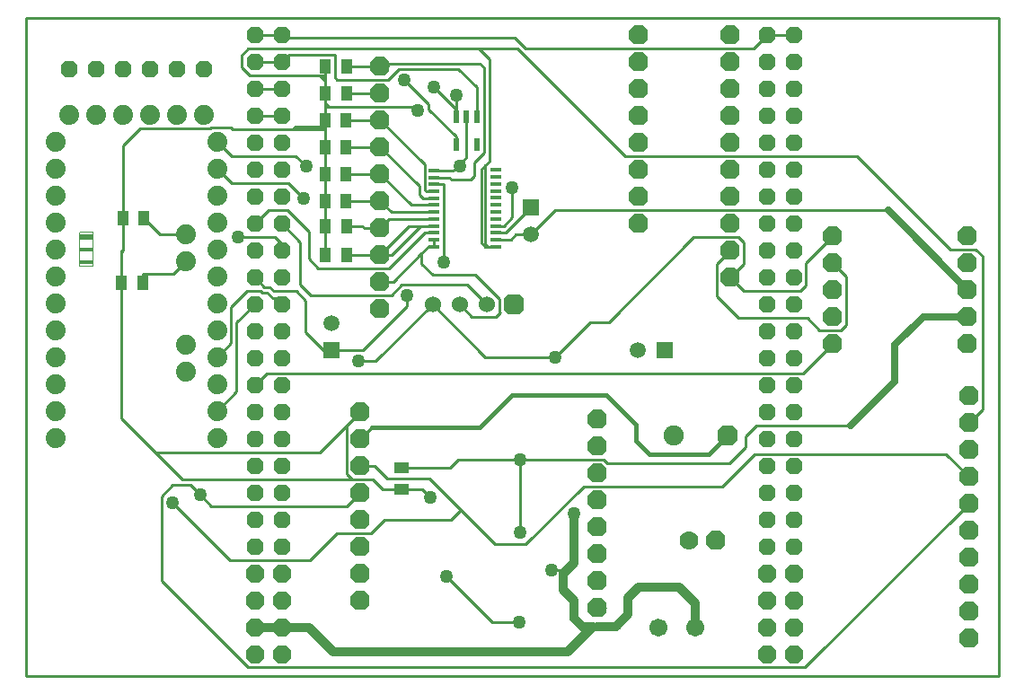
<source format=gbl>
%FSLAX24Y24*%
%MOIN*%
G70*
G01*
G75*
G04 Layer_Physical_Order=2*
G04 Layer_Color=16711680*
%ADD10R,0.0440X0.0560*%
%ADD11R,0.0220X0.0480*%
%ADD12R,0.0560X0.0440*%
%ADD13R,0.0520X0.0600*%
%ADD14R,0.0120X0.0570*%
%ADD15R,0.0400X0.0100*%
%ADD16C,0.0100*%
%ADD17C,0.0320*%
%ADD18R,0.0010X0.1293*%
%ADD19R,0.0010X0.0010*%
%ADD20R,0.0010X0.0170*%
%ADD21R,0.0010X0.0164*%
%ADD22R,0.0010X0.0163*%
%ADD23R,0.0010X0.0009*%
%ADD24R,0.0013X0.0010*%
%ADD25R,0.0013X0.0170*%
%ADD26R,0.0013X0.0164*%
%ADD27R,0.0013X0.0163*%
%ADD28R,0.0013X0.0009*%
%ADD29R,0.0009X0.0010*%
%ADD30R,0.0009X0.0170*%
%ADD31R,0.0009X0.0164*%
%ADD32R,0.0009X0.0163*%
%ADD33R,0.0009X0.0009*%
%ADD34R,0.0009X0.1293*%
G04:AMPARAMS|DCode=35|XSize=70mil|YSize=70mil|CornerRadius=0mil|HoleSize=0mil|Usage=FLASHONLY|Rotation=180.000|XOffset=0mil|YOffset=0mil|HoleType=Round|Shape=Octagon|*
%AMOCTAGOND35*
4,1,8,-0.0350,0.0175,-0.0350,-0.0175,-0.0175,-0.0350,0.0175,-0.0350,0.0350,-0.0175,0.0350,0.0175,0.0175,0.0350,-0.0175,0.0350,-0.0350,0.0175,0.0*
%
%ADD35OCTAGOND35*%

%ADD36C,0.0700*%
%ADD37C,0.0750*%
G04:AMPARAMS|DCode=38|XSize=75mil|YSize=75mil|CornerRadius=0mil|HoleSize=0mil|Usage=FLASHONLY|Rotation=0.000|XOffset=0mil|YOffset=0mil|HoleType=Round|Shape=Octagon|*
%AMOCTAGOND38*
4,1,8,0.0375,-0.0188,0.0375,0.0188,0.0188,0.0375,-0.0188,0.0375,-0.0375,0.0188,-0.0375,-0.0188,-0.0188,-0.0375,0.0188,-0.0375,0.0375,-0.0188,0.0*
%
%ADD38OCTAGOND38*%

G04:AMPARAMS|DCode=39|XSize=60mil|YSize=60mil|CornerRadius=0mil|HoleSize=0mil|Usage=FLASHONLY|Rotation=90.000|XOffset=0mil|YOffset=0mil|HoleType=Round|Shape=Octagon|*
%AMOCTAGOND39*
4,1,8,0.0150,0.0300,-0.0150,0.0300,-0.0300,0.0150,-0.0300,-0.0150,-0.0150,-0.0300,0.0150,-0.0300,0.0300,-0.0150,0.0300,0.0150,0.0150,0.0300,0.0*
%
%ADD39OCTAGOND39*%

%ADD40C,0.0600*%
G04:AMPARAMS|DCode=41|XSize=76mil|YSize=76mil|CornerRadius=0mil|HoleSize=0mil|Usage=FLASHONLY|Rotation=0.000|XOffset=0mil|YOffset=0mil|HoleType=Round|Shape=Octagon|*
%AMOCTAGOND41*
4,1,8,0.0380,-0.0190,0.0380,0.0190,0.0190,0.0380,-0.0190,0.0380,-0.0380,0.0190,-0.0380,-0.0190,-0.0190,-0.0380,0.0190,-0.0380,0.0380,-0.0190,0.0*
%
%ADD41OCTAGOND41*%

G04:AMPARAMS|DCode=42|XSize=66mil|YSize=66mil|CornerRadius=0mil|HoleSize=0mil|Usage=FLASHONLY|Rotation=270.000|XOffset=0mil|YOffset=0mil|HoleType=Round|Shape=Octagon|*
%AMOCTAGOND42*
4,1,8,-0.0165,-0.0330,0.0165,-0.0330,0.0330,-0.0165,0.0330,0.0165,0.0165,0.0330,-0.0165,0.0330,-0.0330,0.0165,-0.0330,-0.0165,-0.0165,-0.0330,0.0*
%
%ADD42OCTAGOND42*%

%ADD43C,0.0740*%
%ADD44C,0.0670*%
%ADD45C,0.0591*%
%ADD46R,0.0591X0.0591*%
%ADD47R,0.0591X0.0591*%
%ADD48C,0.0500*%
%ADD49R,0.0390X0.0120*%
%ADD50C,0.0180*%
%ADD51C,0.0270*%
D10*
X32056Y31950D02*
D03*
X32850D02*
D03*
X32056Y33000D02*
D03*
X32850D02*
D03*
X32050Y33950D02*
D03*
X32844D02*
D03*
X32050Y34950D02*
D03*
X32844D02*
D03*
X32050Y35950D02*
D03*
X32844D02*
D03*
X32050Y36950D02*
D03*
X32844D02*
D03*
X32056Y37950D02*
D03*
X32850D02*
D03*
X32056Y38950D02*
D03*
X32850D02*
D03*
X25344Y33300D02*
D03*
X24550D02*
D03*
X25294Y30900D02*
D03*
X24500D02*
D03*
D11*
X36926Y37062D02*
D03*
X37300D02*
D03*
X37680D02*
D03*
Y36030D02*
D03*
X36926D02*
D03*
D12*
X34900Y24044D02*
D03*
Y23250D02*
D03*
D16*
X42000Y18150D02*
X42150D01*
X38250Y18300D02*
X39250D01*
X36550Y20000D02*
X38250Y18300D01*
X39083Y40000D02*
X39483Y39600D01*
X30550Y40000D02*
X39083D01*
X30450Y40100D02*
X30550Y40000D01*
X47950Y39600D02*
X48450Y40100D01*
X39483Y39600D02*
X47950D01*
X29717Y30550D02*
X29900D01*
X33290Y27990D02*
X33940D01*
X37000Y24350D02*
X39300D01*
X42387D01*
X39300Y21640D02*
Y24350D01*
X36926Y37334D02*
Y37874D01*
Y37062D02*
Y37334D01*
Y37874D02*
X36950Y37850D01*
X37050Y35314D02*
X37300Y35564D01*
X37050Y35250D02*
Y35314D01*
X36800Y35064D02*
X37018Y35282D01*
X36101Y35064D02*
X36800D01*
X50900Y31650D02*
X51400Y31150D01*
Y29350D02*
Y31150D01*
X51200Y29150D02*
X51400Y29350D01*
X42537Y24200D02*
X47050D01*
X42387Y24350D02*
X42537Y24200D01*
X47050D02*
X47650Y24800D01*
X33350Y25100D02*
X33800Y25550D01*
X40750Y20250D02*
X40900Y20100D01*
X40450Y20250D02*
X40750D01*
X37600Y35377D02*
X37960Y35737D01*
X36101Y34814D02*
X36660D01*
X34400Y38950D02*
Y39050D01*
X35166Y33016D02*
X35590D01*
X37770Y39590D02*
X38160Y39200D01*
X37760Y39600D02*
X37770Y39590D01*
X38000Y35258D02*
X38160Y35418D01*
X37860Y35118D02*
X38000Y35258D01*
X32056Y38600D02*
Y38650D01*
Y38400D02*
Y38600D01*
X32200Y37450D02*
X35330D01*
X32056D02*
X32200D01*
X32056D02*
Y37594D01*
Y37446D02*
Y37450D01*
X38100Y32248D02*
X38400D01*
X38000D02*
X38100D01*
X37770Y39590D02*
X39210D01*
X29190D02*
X37770D01*
X31856Y38600D02*
X32056D01*
X32050Y37440D02*
Y37444D01*
X30950Y36700D02*
X32050D01*
X29190Y39590D02*
X29200Y39600D01*
X30850Y36600D02*
X31950D01*
X26770Y23600D02*
X33050D01*
X24550Y32100D02*
Y32150D01*
X24500Y32050D02*
Y32100D01*
Y30900D02*
Y32050D01*
X25770Y24600D02*
X26770Y23600D01*
X25294Y31224D02*
X26424D01*
X27050Y23390D02*
X27420Y23020D01*
X37099Y22471D02*
X38360Y21210D01*
X36400Y23170D02*
X37099Y22471D01*
X35940Y23630D02*
X36400Y23170D01*
X36727Y22100D02*
X37099Y22471D01*
X36400Y22100D02*
X36727D01*
X34260D02*
X36400D01*
X28520Y20600D02*
X28720D01*
X28830Y32600D02*
X30200D01*
X29667Y30600D02*
X29717Y30550D01*
X47400Y29600D02*
X49950D01*
X41300Y18450D02*
X41350Y18400D01*
X38520Y29770D02*
Y29848D01*
Y29770D02*
X38550Y29800D01*
X35640Y32000D02*
X35888Y32248D01*
X41900Y29450D02*
X42580D01*
X36050Y30100D02*
X38000Y28150D01*
X34100Y38950D02*
X34400D01*
Y39050D02*
X37802D01*
X37960Y35737D02*
Y38892D01*
X32850Y22600D02*
X33350Y23100D01*
X26400Y23390D02*
X27050D01*
X25980Y22970D02*
X26400Y23390D01*
X25980Y19840D02*
Y22970D01*
Y19840D02*
X29200Y16620D01*
X49870D01*
X55950Y22700D01*
X26380Y22740D02*
X28520Y20600D01*
X34360Y23630D02*
X35940D01*
X33890Y24100D02*
X34360Y23630D01*
X33350Y24100D02*
X33890D01*
X38360Y21210D02*
X39510D01*
X41650Y23350D01*
X46800D01*
X48000Y24550D01*
X55100D01*
X55950Y23700D01*
X45730Y32600D02*
X47400D01*
X40600Y28150D02*
X41900Y29450D01*
X47650Y24800D02*
Y25200D01*
X48050Y25600D01*
X33940Y27990D02*
X36050Y30100D01*
X30970Y35600D02*
X31350Y35220D01*
X28600Y35600D02*
X30970D01*
X38400Y29650D02*
X38520Y29770D01*
X37620Y31190D02*
X38520Y30290D01*
X35640Y31600D02*
X36050Y31190D01*
X35640Y31600D02*
Y32000D01*
X28050Y28150D02*
X28570Y28670D01*
Y30000D01*
X29170Y30600D01*
X30220Y30330D02*
X30450Y30100D01*
X32056Y37950D02*
Y38400D01*
X29250Y38600D02*
X31856D01*
X28950Y38900D02*
X29250Y38600D01*
X28950Y39350D02*
X29190Y39590D01*
X39210D02*
X43200Y35600D01*
X51800D01*
X55250Y32150D01*
X56200D01*
X56450Y31900D01*
Y26200D02*
Y31900D01*
X55950Y25700D02*
X56450Y26200D01*
X31856Y38600D02*
X32056Y38400D01*
X28950Y38900D02*
Y39350D01*
X38160Y35418D02*
Y39200D01*
X38000Y32348D02*
Y35258D01*
Y32348D02*
X38100Y32248D01*
X32050Y37444D02*
X32056Y37450D01*
X35330D02*
X35480Y37300D01*
X24550Y36000D02*
X25180Y36630D01*
X27840Y36670D02*
X28570D01*
X28640Y36600D01*
X31950D02*
X32050Y36700D01*
Y36950D01*
X24500Y25870D02*
Y30900D01*
X33830Y23600D02*
X34180Y23250D01*
X34900D01*
X24500Y32050D02*
X24550Y32100D01*
X34100Y31950D02*
X35166Y33016D01*
X36450Y31660D02*
Y34560D01*
X35080Y30030D02*
Y30430D01*
X36694Y24044D02*
X37000Y24350D01*
X29450Y27100D02*
X29900Y27550D01*
X49800D01*
X50900Y28650D01*
X27420Y23020D02*
X27840Y22600D01*
X32850D01*
X38000Y28150D02*
X40600D01*
X46600Y31600D02*
X47100Y32100D01*
X49950Y29600D02*
X50400Y29150D01*
X51200D01*
X49900Y31650D02*
X50900Y32650D01*
X49900Y30800D02*
Y31650D01*
X31340Y29060D02*
Y30250D01*
X30990Y30600D02*
X31340Y30250D01*
X30150Y30600D02*
X30990D01*
X30000Y30750D02*
X30150Y30600D01*
X29450Y31100D02*
X29800Y30750D01*
X32850Y38950D02*
X34100D01*
X35756Y34354D02*
Y35294D01*
X35556Y34184D02*
Y34494D01*
X34100Y34950D02*
X35260Y33790D01*
X36101D01*
X34100Y33950D02*
X34520Y33530D01*
X36101D01*
X32850Y33000D02*
X33450D01*
X33500Y32950D01*
X34100D01*
X34422Y33272D02*
X36101D01*
X32850Y31950D02*
X34100D01*
X35000Y38450D02*
X35911Y37539D01*
X29450Y38100D02*
X30450D01*
X32430Y38520D02*
Y39380D01*
X37010Y38850D02*
X37680Y38180D01*
Y37062D02*
Y38180D01*
X32850Y25600D02*
X33350Y26100D01*
X34900Y23250D02*
X35650D01*
X32050Y34950D02*
Y35950D01*
Y33636D02*
Y33950D01*
X32056Y33000D02*
Y33630D01*
X29450Y37100D02*
X30450D01*
X38950Y32506D02*
X39144Y32700D01*
X40600Y33600D02*
X52950D01*
X38400Y32766D02*
X38766D01*
X25294Y30900D02*
Y31224D01*
X26424D02*
X26900Y31700D01*
X31140Y30830D02*
Y32410D01*
X31520Y30450D02*
X34530D01*
X34910Y30830D02*
X37320D01*
X38050Y30100D01*
X29450Y33100D02*
X29950Y33600D01*
X31450Y31800D02*
Y32810D01*
X35750Y32760D02*
X36101D01*
X28770Y26870D02*
Y29420D01*
X37300Y35564D02*
Y37062D01*
X34100Y30950D02*
X34590D01*
X36101Y32248D02*
Y32504D01*
X39010Y33326D02*
Y34420D01*
X38400Y33016D02*
X38700D01*
X28050Y35150D02*
X28600Y34600D01*
X47400Y32600D02*
X47600Y32400D01*
X29450Y40100D02*
X30450D01*
X48050Y25600D02*
X51550D01*
X30700Y34600D02*
X31250Y34050D01*
X46600Y30400D02*
X47400Y29600D01*
X49700Y30600D02*
X49900Y30800D01*
X47600Y30600D02*
X49700D01*
X47100Y31100D02*
X47600Y30600D01*
X38520Y29848D02*
Y30290D01*
Y29848D02*
X38550Y29818D01*
Y29800D02*
Y29818D01*
X31490Y20600D02*
X32490Y21600D01*
X28720Y20600D02*
X31490D01*
X29900Y30550D02*
X30120Y30330D01*
X29170Y30600D02*
X29667D01*
X30200Y32600D02*
X30450Y32350D01*
Y32100D02*
Y32350D01*
X28600Y34600D02*
X30700D01*
X28050Y36150D02*
X28600Y35600D01*
X30850Y36600D02*
X30950Y36700D01*
X28640Y36600D02*
X30850D01*
X42150Y18850D02*
X42450D01*
X35650Y23250D02*
X35950Y22950D01*
X33760Y21600D02*
X34260Y22100D01*
X32056Y38650D02*
Y38950D01*
Y37594D02*
Y37950D01*
X32050Y35950D02*
Y36700D01*
X31850Y24600D02*
X32850Y25600D01*
X34590Y30950D02*
X35640Y32000D01*
X35810Y34300D02*
X36101D01*
X35756Y34354D02*
X35810Y34300D01*
X34100Y36950D02*
X35756Y35294D01*
X34100Y32950D02*
X34422Y33272D01*
X35590Y33016D02*
X36101D01*
X34524Y31950D02*
X35590Y33016D01*
X34100Y31950D02*
X34524D01*
X34900Y24044D02*
X36694D01*
X38766Y32766D02*
X39700Y33700D01*
X32490Y21600D02*
X33760D01*
X25944Y32700D02*
X26900D01*
X25344Y33300D02*
X25944Y32700D01*
X24550Y32150D02*
Y33300D01*
X24500Y32100D02*
X24550Y32150D01*
X42580Y29450D02*
X45730Y32600D01*
X47600Y31600D02*
Y32400D01*
X47100Y31100D02*
X47600Y31600D01*
X35888Y32248D02*
X36101D01*
X29950Y33600D02*
X30660D01*
X31450Y32810D01*
Y31800D02*
X31800Y31450D01*
X34440D01*
X35750Y32760D01*
X37802Y39050D02*
X37960Y38892D01*
X37600Y34874D02*
Y35377D01*
X37448Y34722D02*
X37600Y34874D01*
X36752Y34722D02*
X37448D01*
X36660Y34814D02*
X36752Y34722D01*
X37860Y32388D02*
X38000Y32248D01*
X37860Y32388D02*
Y35118D01*
X29200Y39600D02*
X37760D01*
X36926Y36030D02*
Y36324D01*
X35911Y37339D02*
X36926Y36324D01*
X35911Y37339D02*
Y37539D01*
X32056Y37594D02*
X32200Y37450D01*
X36100Y38160D02*
X36926Y37334D01*
X30450Y39100D02*
X30730Y39380D01*
X32430D01*
Y38520D02*
X32500Y38450D01*
X34400D01*
X34800Y38850D01*
X37010D01*
X32000Y28400D02*
X33450D01*
X35080Y30030D01*
X32850Y23800D02*
Y25600D01*
Y23800D02*
X33050Y23600D01*
X33830D01*
X37050Y30100D02*
X37500Y29650D01*
X38400D01*
X36050Y31190D02*
X37620D01*
X38700Y33016D02*
X39010Y33326D01*
X28050Y26150D02*
X28770Y26870D01*
Y29420D02*
X29450Y30100D01*
X29800Y30750D02*
X30000D01*
X31340Y29060D02*
X32000Y28400D01*
X30120Y30330D02*
X30220D01*
X46600Y30400D02*
Y31600D01*
X39700Y32700D02*
X40600Y33600D01*
X27800Y36630D02*
X27840Y36670D01*
X25180Y36630D02*
X27800D01*
X24550Y33300D02*
Y36000D01*
X24500Y25870D02*
X25770Y24600D01*
X31850D01*
X35700Y34040D02*
X36101D01*
X35556Y34184D02*
X35700Y34040D01*
X34100Y35950D02*
X35556Y34494D01*
X30450Y33100D02*
X31140Y32410D01*
Y30830D02*
X31520Y30450D01*
X34530D02*
X34910Y30830D01*
X36101Y34560D02*
X36450D01*
X32050Y33636D02*
X32056Y33630D01*
X32850Y37950D02*
X34100D01*
X32844Y36950D02*
X34100D01*
X32844Y35950D02*
X34100D01*
X32844Y34950D02*
X34100D01*
X32844Y33950D02*
X34100D01*
X29450Y39100D02*
X30450D01*
X32056Y31950D02*
Y33000D01*
X32050Y37440D02*
X32056Y37446D01*
X32050Y36950D02*
Y37440D01*
Y33950D02*
Y34950D01*
X39144Y32700D02*
X39700D01*
X38400Y32506D02*
X38950D01*
X48450Y40100D02*
X49450D01*
X20950Y16300D02*
Y40750D01*
Y16300D02*
X57050D01*
Y40750D01*
X57050Y40750D02*
X57050Y40750D01*
X20950Y40750D02*
X57050D01*
D17*
X42150Y18150D02*
X42850D01*
X41600D02*
X42000D01*
X41050Y17200D02*
X42000Y18150D01*
X32350Y17200D02*
X41050D01*
X31450Y18100D02*
X32350Y17200D01*
X30450Y18100D02*
X31450D01*
X43700Y19600D02*
X45200D01*
X43300Y19200D02*
X43700Y19600D01*
X41300Y20500D02*
Y22350D01*
Y18450D02*
Y19100D01*
X40900Y20100D02*
X41300Y20500D01*
X41350Y18400D02*
X41600Y18150D01*
X40900Y19500D02*
X41300Y19100D01*
X43300Y18600D02*
Y19200D01*
X42850Y18150D02*
X43300Y18600D01*
X45800Y18100D02*
Y19000D01*
X45200Y19600D02*
X45800Y19000D01*
X40900Y19500D02*
Y20100D01*
X29450Y18100D02*
X30450D01*
D18*
X22975Y32143D02*
D03*
D19*
X22985Y32785D02*
D03*
X22995D02*
D03*
X23005D02*
D03*
X23015D02*
D03*
X23025D02*
D03*
X23035D02*
D03*
X23045D02*
D03*
X23055D02*
D03*
X23065D02*
D03*
X23075D02*
D03*
X23085D02*
D03*
X23095D02*
D03*
X23105D02*
D03*
X23115D02*
D03*
X23125D02*
D03*
X23135D02*
D03*
X23145D02*
D03*
X23155D02*
D03*
X23165D02*
D03*
X23175D02*
D03*
X23185D02*
D03*
X23195D02*
D03*
X23205D02*
D03*
D20*
X22985Y32615D02*
D03*
X22995D02*
D03*
X23005D02*
D03*
X23015D02*
D03*
X23025D02*
D03*
X23035D02*
D03*
X23045D02*
D03*
X23055D02*
D03*
X23065D02*
D03*
X23075D02*
D03*
X23085D02*
D03*
X23095D02*
D03*
X23105D02*
D03*
X23115D02*
D03*
X23125D02*
D03*
X23135D02*
D03*
X23145D02*
D03*
X23155D02*
D03*
X23165D02*
D03*
X23175D02*
D03*
X23185D02*
D03*
X23195D02*
D03*
X23205D02*
D03*
D21*
X22985Y32138D02*
D03*
X22995D02*
D03*
X23005D02*
D03*
X23015D02*
D03*
X23025D02*
D03*
X23035D02*
D03*
X23045D02*
D03*
X23055D02*
D03*
X23065D02*
D03*
X23075D02*
D03*
X23085D02*
D03*
X23095D02*
D03*
X23105D02*
D03*
X23115D02*
D03*
X23125D02*
D03*
X23135D02*
D03*
X23145D02*
D03*
X23155D02*
D03*
X23165D02*
D03*
X23175D02*
D03*
X23185D02*
D03*
X23195D02*
D03*
X23205D02*
D03*
D22*
X22985Y31665D02*
D03*
X22995D02*
D03*
X23005D02*
D03*
X23015D02*
D03*
X23025D02*
D03*
X23035D02*
D03*
X23045D02*
D03*
X23055D02*
D03*
X23065D02*
D03*
X23075D02*
D03*
X23085D02*
D03*
X23095D02*
D03*
X23105D02*
D03*
X23115D02*
D03*
X23125D02*
D03*
X23135D02*
D03*
X23145D02*
D03*
X23155D02*
D03*
X23165D02*
D03*
X23175D02*
D03*
X23185D02*
D03*
X23195D02*
D03*
X23205D02*
D03*
D23*
X22985Y31501D02*
D03*
X22995D02*
D03*
X23005D02*
D03*
X23015D02*
D03*
X23025D02*
D03*
X23035D02*
D03*
X23045D02*
D03*
X23055D02*
D03*
X23065D02*
D03*
X23075D02*
D03*
X23085D02*
D03*
X23095D02*
D03*
X23105D02*
D03*
X23115D02*
D03*
X23125D02*
D03*
X23135D02*
D03*
X23145D02*
D03*
X23155D02*
D03*
X23165D02*
D03*
X23175D02*
D03*
X23185D02*
D03*
X23195D02*
D03*
X23205D02*
D03*
D24*
X23216Y32785D02*
D03*
D25*
Y32615D02*
D03*
D26*
X23216Y32138D02*
D03*
D27*
X23216Y31665D02*
D03*
D28*
X23216Y31501D02*
D03*
D29*
X23227Y32785D02*
D03*
X23236D02*
D03*
X23244D02*
D03*
X23253D02*
D03*
X23262D02*
D03*
X23270D02*
D03*
X23279D02*
D03*
X23287D02*
D03*
X23296D02*
D03*
X23305D02*
D03*
X23313D02*
D03*
X23322D02*
D03*
X23330D02*
D03*
X23339D02*
D03*
X23348D02*
D03*
X23356D02*
D03*
X23365D02*
D03*
X23373D02*
D03*
X23382D02*
D03*
X23391D02*
D03*
X23399D02*
D03*
X23408D02*
D03*
X23416D02*
D03*
X23425D02*
D03*
X23434D02*
D03*
X23442D02*
D03*
X23451D02*
D03*
X23459D02*
D03*
D30*
X23227Y32615D02*
D03*
X23236D02*
D03*
X23244D02*
D03*
X23253D02*
D03*
X23262D02*
D03*
X23270D02*
D03*
X23279D02*
D03*
X23287D02*
D03*
X23296D02*
D03*
X23305D02*
D03*
X23313D02*
D03*
X23322D02*
D03*
X23330D02*
D03*
X23339D02*
D03*
X23348D02*
D03*
X23356D02*
D03*
X23365D02*
D03*
X23373D02*
D03*
X23382D02*
D03*
X23391D02*
D03*
X23399D02*
D03*
X23408D02*
D03*
X23416D02*
D03*
X23425D02*
D03*
X23434D02*
D03*
X23442D02*
D03*
X23451D02*
D03*
X23459D02*
D03*
D31*
X23227Y32138D02*
D03*
X23236D02*
D03*
X23244D02*
D03*
X23253D02*
D03*
X23262D02*
D03*
X23270D02*
D03*
X23279D02*
D03*
X23287D02*
D03*
X23296D02*
D03*
X23305D02*
D03*
X23313D02*
D03*
X23322D02*
D03*
X23330D02*
D03*
X23339D02*
D03*
X23348D02*
D03*
X23356D02*
D03*
X23365D02*
D03*
X23373D02*
D03*
X23382D02*
D03*
X23391D02*
D03*
X23399D02*
D03*
X23408D02*
D03*
X23416D02*
D03*
X23425D02*
D03*
X23434D02*
D03*
X23442D02*
D03*
X23451D02*
D03*
X23459D02*
D03*
D32*
X23227Y31665D02*
D03*
X23236D02*
D03*
X23244D02*
D03*
X23253D02*
D03*
X23262Y31665D02*
D03*
X23270D02*
D03*
X23279D02*
D03*
X23287D02*
D03*
X23296Y31665D02*
D03*
X23304D02*
D03*
X23313D02*
D03*
X23322D02*
D03*
X23330D02*
D03*
X23339D02*
D03*
X23347D02*
D03*
X23356D02*
D03*
X23365D02*
D03*
X23373Y31665D02*
D03*
X23382D02*
D03*
X23391D02*
D03*
X23399Y31665D02*
D03*
X23408D02*
D03*
X23416D02*
D03*
X23425D02*
D03*
X23433D02*
D03*
X23442D02*
D03*
X23451D02*
D03*
X23459D02*
D03*
D33*
X23227Y31501D02*
D03*
X23236D02*
D03*
X23244D02*
D03*
X23253D02*
D03*
X23262D02*
D03*
X23270D02*
D03*
X23279D02*
D03*
X23287D02*
D03*
X23296D02*
D03*
X23305D02*
D03*
X23313D02*
D03*
X23322D02*
D03*
X23330D02*
D03*
X23339D02*
D03*
X23348D02*
D03*
X23356D02*
D03*
X23365D02*
D03*
X23373D02*
D03*
X23382D02*
D03*
X23391D02*
D03*
X23399D02*
D03*
X23408D02*
D03*
X23416D02*
D03*
X23425D02*
D03*
X23434D02*
D03*
X23442D02*
D03*
X23451D02*
D03*
X23459D02*
D03*
D34*
X23468Y32143D02*
D03*
D35*
X43700Y40100D02*
D03*
Y39100D02*
D03*
Y38100D02*
D03*
Y37100D02*
D03*
Y36100D02*
D03*
Y35100D02*
D03*
Y34100D02*
D03*
Y33100D02*
D03*
X42150Y25850D02*
D03*
Y24850D02*
D03*
Y23850D02*
D03*
Y22850D02*
D03*
Y21850D02*
D03*
Y20850D02*
D03*
Y19850D02*
D03*
Y18850D02*
D03*
X55950Y26700D02*
D03*
Y25700D02*
D03*
Y24700D02*
D03*
Y23700D02*
D03*
Y22700D02*
D03*
Y21700D02*
D03*
Y20700D02*
D03*
Y19700D02*
D03*
Y18700D02*
D03*
Y17700D02*
D03*
X47100Y40100D02*
D03*
Y39100D02*
D03*
Y38100D02*
D03*
Y37100D02*
D03*
Y36100D02*
D03*
Y35100D02*
D03*
Y34100D02*
D03*
Y33100D02*
D03*
Y32100D02*
D03*
Y31100D02*
D03*
X34100Y29950D02*
D03*
Y30950D02*
D03*
Y31950D02*
D03*
Y32950D02*
D03*
Y33950D02*
D03*
Y34950D02*
D03*
Y35950D02*
D03*
Y36950D02*
D03*
Y37950D02*
D03*
Y38950D02*
D03*
X46550Y21350D02*
D03*
X33350Y26100D02*
D03*
Y25100D02*
D03*
Y24100D02*
D03*
Y23100D02*
D03*
Y22100D02*
D03*
Y21100D02*
D03*
Y20100D02*
D03*
Y19100D02*
D03*
X50900Y32650D02*
D03*
Y31650D02*
D03*
Y30650D02*
D03*
Y29650D02*
D03*
Y28650D02*
D03*
X55900D02*
D03*
Y29650D02*
D03*
Y30650D02*
D03*
Y31650D02*
D03*
Y32650D02*
D03*
D36*
X45550Y21350D02*
D03*
D37*
X45000Y25250D02*
D03*
D38*
X47000D02*
D03*
D39*
X22550Y38850D02*
D03*
X23550D02*
D03*
X24550D02*
D03*
X25550D02*
D03*
X26550D02*
D03*
X27550D02*
D03*
X48450Y40100D02*
D03*
X49450D02*
D03*
X48450Y39100D02*
D03*
X49450D02*
D03*
X48450Y38100D02*
D03*
X49450D02*
D03*
X48450Y37100D02*
D03*
X49450D02*
D03*
X48450Y36100D02*
D03*
X49450D02*
D03*
X48450Y35100D02*
D03*
X49450D02*
D03*
X48450Y34100D02*
D03*
X49450D02*
D03*
X48450Y33100D02*
D03*
X49450D02*
D03*
X48450Y32100D02*
D03*
X49450D02*
D03*
X48450Y31100D02*
D03*
X49450D02*
D03*
X48450Y30100D02*
D03*
X49450D02*
D03*
X48450Y29100D02*
D03*
X49450D02*
D03*
X48450Y28100D02*
D03*
X49450D02*
D03*
X48450Y27100D02*
D03*
X49450D02*
D03*
X48450Y26100D02*
D03*
X49450D02*
D03*
X48450Y25100D02*
D03*
X49450D02*
D03*
X48450Y24100D02*
D03*
X49450D02*
D03*
X48450Y23100D02*
D03*
X49450D02*
D03*
X48450Y22100D02*
D03*
X49450D02*
D03*
X48450Y21100D02*
D03*
X49450D02*
D03*
X29450Y40100D02*
D03*
X30450D02*
D03*
X29450Y39100D02*
D03*
X30450D02*
D03*
X29450Y38100D02*
D03*
X30450D02*
D03*
X29450Y37100D02*
D03*
X30450D02*
D03*
X29450Y36100D02*
D03*
X30450D02*
D03*
X29450Y35100D02*
D03*
X30450D02*
D03*
X29450Y34100D02*
D03*
X30450D02*
D03*
X29450Y33100D02*
D03*
X30450D02*
D03*
X29450Y32100D02*
D03*
X30450D02*
D03*
X29450Y31100D02*
D03*
X30450D02*
D03*
X29450Y30100D02*
D03*
X30450D02*
D03*
X29450Y29100D02*
D03*
X30450D02*
D03*
X29450Y28100D02*
D03*
X30450D02*
D03*
X29450Y27100D02*
D03*
X30450D02*
D03*
X29450Y26100D02*
D03*
X30450D02*
D03*
X29450Y25100D02*
D03*
X30450D02*
D03*
X29450Y24100D02*
D03*
X30450D02*
D03*
X29450Y23100D02*
D03*
X30450D02*
D03*
X29450Y22100D02*
D03*
X30450D02*
D03*
X29450Y21100D02*
D03*
X30450D02*
D03*
D40*
X36050Y30100D02*
D03*
X37050D02*
D03*
X38050D02*
D03*
D41*
X39050D02*
D03*
D42*
X48450Y20100D02*
D03*
X49450D02*
D03*
X48450Y19100D02*
D03*
X49450D02*
D03*
X48450Y18100D02*
D03*
X49450D02*
D03*
X48450Y17100D02*
D03*
X49450D02*
D03*
X29450Y20100D02*
D03*
X30450D02*
D03*
X29450Y19100D02*
D03*
X30450D02*
D03*
X29450Y18100D02*
D03*
X30450D02*
D03*
X29450Y17100D02*
D03*
X30450D02*
D03*
D43*
X28050Y32150D02*
D03*
Y33150D02*
D03*
Y34150D02*
D03*
Y35150D02*
D03*
Y36150D02*
D03*
X22050D02*
D03*
Y35150D02*
D03*
Y34150D02*
D03*
Y33150D02*
D03*
Y32150D02*
D03*
X26900Y32700D02*
D03*
X22550Y37150D02*
D03*
X23550D02*
D03*
X24550D02*
D03*
X25550D02*
D03*
X26550D02*
D03*
X27550D02*
D03*
X28050Y25150D02*
D03*
Y26150D02*
D03*
Y27150D02*
D03*
Y28150D02*
D03*
Y29150D02*
D03*
Y30150D02*
D03*
Y31150D02*
D03*
X22050D02*
D03*
Y30150D02*
D03*
Y29150D02*
D03*
Y28150D02*
D03*
Y27150D02*
D03*
Y26150D02*
D03*
Y25150D02*
D03*
X26900Y31700D02*
D03*
Y28600D02*
D03*
Y27600D02*
D03*
D44*
X44421Y18100D02*
D03*
X45800D02*
D03*
D45*
X39700Y32700D02*
D03*
X43650Y28400D02*
D03*
X32300Y29400D02*
D03*
D46*
X39700Y33700D02*
D03*
X32300Y28400D02*
D03*
D47*
X44650D02*
D03*
D48*
X39250Y18300D02*
D03*
X33290Y27990D02*
D03*
X39300Y24350D02*
D03*
X28830Y32600D02*
D03*
X36926Y37874D02*
D03*
X37050Y35250D02*
D03*
X31350Y35220D02*
D03*
X40450Y20250D02*
D03*
X36550Y20000D02*
D03*
X26380Y22740D02*
D03*
X41300Y22350D02*
D03*
X39300Y21640D02*
D03*
X36100Y38160D02*
D03*
X39010Y34420D02*
D03*
X35480Y37300D02*
D03*
X36450Y31660D02*
D03*
X35080Y30430D02*
D03*
X27420Y23020D02*
D03*
X40600Y28150D02*
D03*
X35000Y38450D02*
D03*
X35950Y22950D02*
D03*
X31250Y34050D02*
D03*
D49*
X38399Y33795D02*
D03*
Y34055D02*
D03*
Y34315D02*
D03*
Y34577D02*
D03*
X38396Y34841D02*
D03*
X38397Y35099D02*
D03*
X36101Y35064D02*
D03*
Y34814D02*
D03*
Y32248D02*
D03*
Y32504D02*
D03*
Y32760D02*
D03*
Y33016D02*
D03*
Y33272D02*
D03*
Y33530D02*
D03*
Y33790D02*
D03*
Y34040D02*
D03*
X38400Y33016D02*
D03*
Y32766D02*
D03*
Y32506D02*
D03*
Y32248D02*
D03*
X36101Y34300D02*
D03*
Y34560D02*
D03*
X38400Y33276D02*
D03*
Y33536D02*
D03*
D50*
X46300Y24550D02*
X47000Y25250D01*
X44090Y24550D02*
X46300D01*
X43600Y25040D02*
X44090Y24550D01*
X42500Y26750D02*
X43600Y25650D01*
Y25040D02*
Y25650D01*
X39000Y26750D02*
X42500D01*
X37800Y25550D02*
X39000Y26750D01*
X33800Y25550D02*
X37800D01*
D51*
X52950Y33600D02*
X55900Y30650D01*
X54250Y29650D02*
X55900D01*
X53200Y28600D02*
X54250Y29650D01*
X53200Y27250D02*
Y28600D01*
X51550Y25600D02*
X53200Y27250D01*
M02*

</source>
